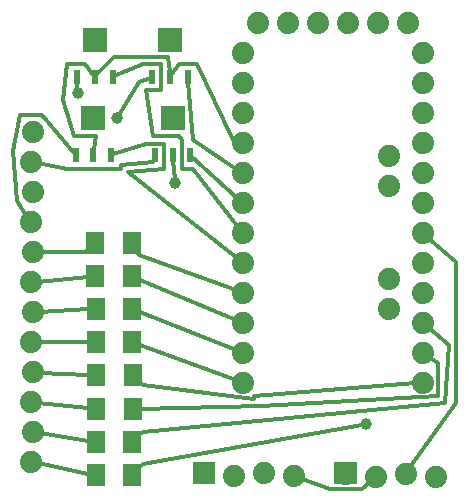
<source format=gbl>
G04 MADE WITH FRITZING*
G04 WWW.FRITZING.ORG*
G04 DOUBLE SIDED*
G04 HOLES PLATED*
G04 CONTOUR ON CENTER OF CONTOUR VECTOR*
%ASAXBY*%
%FSLAX23Y23*%
%MOIN*%
%OFA0B0*%
%SFA1.0B1.0*%
%ADD10C,0.039370*%
%ADD11C,0.074000*%
%ADD12R,0.022835X0.047244*%
%ADD13R,0.078740X0.078740*%
%ADD14R,0.062992X0.074803*%
%ADD15C,0.012000*%
%ADD16R,0.001000X0.001000*%
%LNCOPPER0*%
G90*
G70*
G54D10*
X402Y1322D03*
X270Y1406D03*
X1230Y302D03*
X594Y1106D03*
G54D11*
X1371Y1641D03*
X1271Y1641D03*
X1171Y1641D03*
X1071Y1641D03*
X971Y1641D03*
X871Y1641D03*
X1306Y1096D03*
X1306Y1196D03*
X1306Y686D03*
X1306Y786D03*
X1421Y1541D03*
X1421Y1441D03*
X1421Y1341D03*
X1421Y1241D03*
X1421Y1141D03*
X1421Y1041D03*
X1421Y941D03*
X1421Y841D03*
X1421Y741D03*
X1421Y641D03*
X1421Y541D03*
X1421Y441D03*
X821Y441D03*
X821Y541D03*
X821Y641D03*
X821Y741D03*
X821Y841D03*
X821Y941D03*
X821Y1041D03*
X821Y1141D03*
X821Y1241D03*
X821Y1341D03*
X821Y1441D03*
X821Y1541D03*
X121Y1276D03*
X113Y1176D03*
X121Y1076D03*
X113Y976D03*
X121Y876D03*
X113Y776D03*
X121Y676D03*
X113Y576D03*
X121Y476D03*
X113Y376D03*
X121Y276D03*
X113Y176D03*
X692Y139D03*
X792Y129D03*
X892Y139D03*
X992Y129D03*
X1164Y138D03*
X1264Y128D03*
X1364Y138D03*
X1464Y128D03*
G54D12*
X386Y1461D03*
X326Y1461D03*
X267Y1461D03*
G54D13*
X326Y1583D03*
G54D12*
X381Y1201D03*
X322Y1201D03*
X263Y1201D03*
G54D13*
X322Y1323D03*
G54D12*
X645Y1199D03*
X586Y1199D03*
X527Y1199D03*
G54D13*
X586Y1322D03*
G54D12*
X637Y1460D03*
X578Y1460D03*
X519Y1460D03*
G54D13*
X578Y1582D03*
G54D14*
X329Y908D03*
X451Y908D03*
X329Y796D03*
X451Y796D03*
X330Y132D03*
X452Y132D03*
X330Y243D03*
X452Y243D03*
X331Y354D03*
X453Y354D03*
X331Y466D03*
X453Y466D03*
X330Y576D03*
X452Y576D03*
X330Y687D03*
X452Y687D03*
G54D15*
X304Y686D02*
X144Y677D01*
D02*
X304Y576D02*
X136Y576D01*
D02*
X305Y467D02*
X144Y475D01*
D02*
X304Y138D02*
X136Y172D01*
D02*
X303Y794D02*
X136Y778D01*
D02*
X305Y357D02*
X136Y374D01*
D02*
X304Y248D02*
X144Y273D01*
D02*
X513Y1458D02*
X474Y1442D01*
D02*
X294Y878D02*
X144Y876D01*
D02*
X303Y886D02*
X294Y878D01*
D02*
X523Y1181D02*
X522Y1178D01*
D02*
X474Y1442D02*
X409Y1333D01*
D02*
X234Y1154D02*
X136Y1172D01*
D02*
X414Y1154D02*
X234Y1154D01*
D02*
X414Y1166D02*
X414Y1154D01*
D02*
X522Y1178D02*
X414Y1166D01*
D02*
X257Y1208D02*
X150Y1334D01*
D02*
X78Y1334D02*
X54Y1214D01*
D02*
X150Y1334D02*
X78Y1334D01*
D02*
X66Y1046D02*
X100Y995D01*
D02*
X54Y1214D02*
X66Y1046D01*
D02*
X651Y1194D02*
X802Y1058D01*
D02*
X478Y566D02*
X797Y449D01*
D02*
X269Y1419D02*
X268Y1443D01*
D02*
X858Y386D02*
X858Y398D01*
D02*
X486Y434D02*
X858Y386D01*
D02*
X479Y441D02*
X486Y434D01*
D02*
X858Y398D02*
X1395Y439D01*
D02*
X478Y677D02*
X797Y550D01*
D02*
X477Y785D02*
X797Y651D01*
D02*
X474Y866D02*
X796Y749D01*
D02*
X469Y876D02*
X474Y866D01*
D02*
X799Y1155D02*
X654Y1250D01*
X654Y1250D02*
X639Y1442D01*
D02*
X1470Y398D02*
X882Y362D01*
D02*
X1470Y506D02*
X1470Y398D01*
D02*
X1441Y526D02*
X1470Y506D01*
D02*
X882Y362D02*
X479Y355D01*
D02*
X558Y1154D02*
X438Y1142D01*
D02*
X558Y1238D02*
X558Y1154D01*
D02*
X498Y1238D02*
X558Y1238D01*
D02*
X387Y1203D02*
X498Y1238D01*
D02*
X438Y1142D02*
X800Y856D01*
D02*
X486Y278D02*
X1494Y374D01*
D02*
X478Y270D02*
X486Y278D01*
D02*
X1494Y374D02*
X1506Y566D01*
X1506Y566D02*
X1440Y624D01*
D02*
X1439Y923D02*
X1530Y842D01*
D02*
X1530Y374D02*
X1379Y159D01*
D02*
X1530Y842D02*
X1530Y374D01*
D02*
X805Y961D02*
X654Y1154D01*
D02*
X522Y1262D02*
X498Y1418D01*
D02*
X606Y1262D02*
X522Y1262D01*
D02*
X618Y1250D02*
X606Y1262D01*
D02*
X618Y1154D02*
X618Y1250D01*
D02*
X654Y1154D02*
X618Y1154D01*
D02*
X486Y1502D02*
X391Y1464D01*
D02*
X546Y1502D02*
X486Y1502D01*
D02*
X546Y1418D02*
X546Y1502D01*
D02*
X498Y1418D02*
X546Y1418D01*
D02*
X1217Y299D02*
X486Y170D01*
X486Y170D02*
X478Y161D01*
D02*
X588Y1181D02*
X593Y1119D01*
D02*
X606Y1502D02*
X666Y1502D01*
D02*
X584Y1469D02*
X606Y1502D01*
D02*
X786Y1250D02*
X796Y1247D01*
D02*
X666Y1502D02*
X786Y1250D01*
D02*
X332Y1467D02*
X342Y1478D01*
D02*
X570Y1526D02*
X576Y1478D01*
D02*
X390Y1526D02*
X570Y1526D01*
D02*
X342Y1478D02*
X390Y1526D01*
D02*
X222Y1382D02*
X234Y1502D01*
D02*
X258Y1262D02*
X222Y1382D01*
D02*
X330Y1262D02*
X258Y1262D01*
D02*
X324Y1219D02*
X330Y1262D01*
D02*
X294Y1502D02*
X321Y1468D01*
D02*
X234Y1502D02*
X294Y1502D01*
D02*
X1110Y86D02*
X1016Y120D01*
D02*
X1218Y86D02*
X1110Y86D01*
D02*
X1245Y110D02*
X1218Y86D01*
G54D16*
X655Y177D02*
X728Y177D01*
X655Y176D02*
X728Y176D01*
X1127Y176D02*
X1199Y176D01*
X655Y175D02*
X728Y175D01*
X1126Y175D02*
X1199Y175D01*
X655Y174D02*
X728Y174D01*
X1126Y174D02*
X1199Y174D01*
X655Y173D02*
X728Y173D01*
X1126Y173D02*
X1199Y173D01*
X655Y172D02*
X728Y172D01*
X1126Y172D02*
X1199Y172D01*
X655Y171D02*
X728Y171D01*
X1126Y171D02*
X1199Y171D01*
X655Y170D02*
X728Y170D01*
X1126Y170D02*
X1199Y170D01*
X655Y169D02*
X728Y169D01*
X1126Y169D02*
X1199Y169D01*
X655Y168D02*
X728Y168D01*
X1126Y168D02*
X1199Y168D01*
X655Y167D02*
X728Y167D01*
X1126Y167D02*
X1199Y167D01*
X655Y166D02*
X728Y166D01*
X1126Y166D02*
X1199Y166D01*
X655Y165D02*
X728Y165D01*
X1126Y165D02*
X1199Y165D01*
X655Y164D02*
X728Y164D01*
X1126Y164D02*
X1199Y164D01*
X655Y163D02*
X728Y163D01*
X1126Y163D02*
X1199Y163D01*
X655Y162D02*
X728Y162D01*
X1126Y162D02*
X1199Y162D01*
X655Y161D02*
X728Y161D01*
X1126Y161D02*
X1199Y161D01*
X655Y160D02*
X687Y160D01*
X695Y160D02*
X728Y160D01*
X1126Y160D02*
X1199Y160D01*
X655Y159D02*
X683Y159D01*
X699Y159D02*
X728Y159D01*
X1126Y159D02*
X1161Y159D01*
X1165Y159D02*
X1199Y159D01*
X655Y158D02*
X681Y158D01*
X701Y158D02*
X728Y158D01*
X1126Y158D02*
X1156Y158D01*
X1170Y158D02*
X1199Y158D01*
X655Y157D02*
X679Y157D01*
X703Y157D02*
X728Y157D01*
X1126Y157D02*
X1153Y157D01*
X1172Y157D02*
X1199Y157D01*
X655Y156D02*
X678Y156D01*
X704Y156D02*
X728Y156D01*
X1126Y156D02*
X1152Y156D01*
X1174Y156D02*
X1199Y156D01*
X655Y155D02*
X677Y155D01*
X705Y155D02*
X728Y155D01*
X1126Y155D02*
X1150Y155D01*
X1175Y155D02*
X1199Y155D01*
X655Y154D02*
X676Y154D01*
X706Y154D02*
X728Y154D01*
X1126Y154D02*
X1149Y154D01*
X1177Y154D02*
X1199Y154D01*
X655Y153D02*
X675Y153D01*
X707Y153D02*
X728Y153D01*
X1126Y153D02*
X1148Y153D01*
X1178Y153D02*
X1199Y153D01*
X655Y152D02*
X674Y152D01*
X708Y152D02*
X728Y152D01*
X1126Y152D02*
X1147Y152D01*
X1179Y152D02*
X1199Y152D01*
X655Y151D02*
X674Y151D01*
X708Y151D02*
X728Y151D01*
X1126Y151D02*
X1146Y151D01*
X1179Y151D02*
X1199Y151D01*
X655Y150D02*
X673Y150D01*
X709Y150D02*
X728Y150D01*
X1126Y150D02*
X1146Y150D01*
X1180Y150D02*
X1199Y150D01*
X655Y149D02*
X673Y149D01*
X710Y149D02*
X728Y149D01*
X1126Y149D02*
X1145Y149D01*
X1181Y149D02*
X1199Y149D01*
X655Y148D02*
X672Y148D01*
X710Y148D02*
X728Y148D01*
X1126Y148D02*
X1144Y148D01*
X1181Y148D02*
X1199Y148D01*
X655Y147D02*
X672Y147D01*
X710Y147D02*
X728Y147D01*
X1126Y147D02*
X1144Y147D01*
X1182Y147D02*
X1199Y147D01*
X655Y146D02*
X671Y146D01*
X711Y146D02*
X728Y146D01*
X1126Y146D02*
X1144Y146D01*
X1182Y146D02*
X1199Y146D01*
X655Y145D02*
X671Y145D01*
X711Y145D02*
X728Y145D01*
X1126Y145D02*
X1143Y145D01*
X1182Y145D02*
X1199Y145D01*
X655Y144D02*
X671Y144D01*
X711Y144D02*
X728Y144D01*
X1126Y144D02*
X1143Y144D01*
X1183Y144D02*
X1199Y144D01*
X655Y143D02*
X671Y143D01*
X711Y143D02*
X728Y143D01*
X1126Y143D02*
X1143Y143D01*
X1183Y143D02*
X1199Y143D01*
X655Y142D02*
X671Y142D01*
X711Y142D02*
X728Y142D01*
X1126Y142D02*
X1143Y142D01*
X1183Y142D02*
X1199Y142D01*
X655Y141D02*
X671Y141D01*
X712Y141D02*
X728Y141D01*
X1126Y141D02*
X1143Y141D01*
X1183Y141D02*
X1199Y141D01*
X655Y140D02*
X671Y140D01*
X712Y140D02*
X728Y140D01*
X1126Y140D02*
X1142Y140D01*
X1183Y140D02*
X1199Y140D01*
X655Y139D02*
X671Y139D01*
X711Y139D02*
X728Y139D01*
X1126Y139D02*
X1142Y139D01*
X1183Y139D02*
X1199Y139D01*
X655Y138D02*
X671Y138D01*
X711Y138D02*
X728Y138D01*
X1126Y138D02*
X1142Y138D01*
X1183Y138D02*
X1199Y138D01*
X655Y137D02*
X671Y137D01*
X711Y137D02*
X728Y137D01*
X1126Y137D02*
X1143Y137D01*
X1183Y137D02*
X1199Y137D01*
X655Y136D02*
X671Y136D01*
X711Y136D02*
X728Y136D01*
X1126Y136D02*
X1143Y136D01*
X1183Y136D02*
X1199Y136D01*
X655Y135D02*
X671Y135D01*
X711Y135D02*
X728Y135D01*
X1126Y135D02*
X1143Y135D01*
X1183Y135D02*
X1199Y135D01*
X655Y134D02*
X672Y134D01*
X710Y134D02*
X728Y134D01*
X1126Y134D02*
X1143Y134D01*
X1183Y134D02*
X1199Y134D01*
X655Y133D02*
X672Y133D01*
X710Y133D02*
X728Y133D01*
X1126Y133D02*
X1143Y133D01*
X1182Y133D02*
X1199Y133D01*
X655Y132D02*
X673Y132D01*
X710Y132D02*
X728Y132D01*
X1126Y132D02*
X1144Y132D01*
X1182Y132D02*
X1199Y132D01*
X655Y131D02*
X673Y131D01*
X709Y131D02*
X728Y131D01*
X1126Y131D02*
X1144Y131D01*
X1182Y131D02*
X1199Y131D01*
X655Y130D02*
X674Y130D01*
X709Y130D02*
X728Y130D01*
X1126Y130D02*
X1145Y130D01*
X1181Y130D02*
X1199Y130D01*
X655Y129D02*
X674Y129D01*
X708Y129D02*
X728Y129D01*
X1126Y129D02*
X1145Y129D01*
X1180Y129D02*
X1199Y129D01*
X655Y128D02*
X675Y128D01*
X707Y128D02*
X728Y128D01*
X1126Y128D02*
X1146Y128D01*
X1180Y128D02*
X1199Y128D01*
X655Y127D02*
X676Y127D01*
X706Y127D02*
X728Y127D01*
X1126Y127D02*
X1147Y127D01*
X1179Y127D02*
X1199Y127D01*
X655Y126D02*
X677Y126D01*
X705Y126D02*
X728Y126D01*
X1126Y126D02*
X1147Y126D01*
X1178Y126D02*
X1199Y126D01*
X655Y125D02*
X678Y125D01*
X704Y125D02*
X728Y125D01*
X1126Y125D02*
X1148Y125D01*
X1177Y125D02*
X1199Y125D01*
X655Y124D02*
X679Y124D01*
X703Y124D02*
X728Y124D01*
X1126Y124D02*
X1149Y124D01*
X1176Y124D02*
X1199Y124D01*
X655Y123D02*
X681Y123D01*
X701Y123D02*
X728Y123D01*
X1126Y123D02*
X1151Y123D01*
X1175Y123D02*
X1199Y123D01*
X655Y122D02*
X683Y122D01*
X699Y122D02*
X728Y122D01*
X1126Y122D02*
X1152Y122D01*
X1173Y122D02*
X1199Y122D01*
X655Y121D02*
X686Y121D01*
X696Y121D02*
X728Y121D01*
X1126Y121D02*
X1154Y121D01*
X1172Y121D02*
X1199Y121D01*
X655Y120D02*
X728Y120D01*
X1126Y120D02*
X1157Y120D01*
X1169Y120D02*
X1199Y120D01*
X655Y119D02*
X728Y119D01*
X1126Y119D02*
X1199Y119D01*
X655Y118D02*
X728Y118D01*
X1126Y118D02*
X1199Y118D01*
X655Y117D02*
X728Y117D01*
X1126Y117D02*
X1199Y117D01*
X655Y116D02*
X728Y116D01*
X1126Y116D02*
X1199Y116D01*
X655Y115D02*
X728Y115D01*
X1126Y115D02*
X1199Y115D01*
X655Y114D02*
X728Y114D01*
X1126Y114D02*
X1199Y114D01*
X655Y113D02*
X728Y113D01*
X1126Y113D02*
X1199Y113D01*
X655Y112D02*
X728Y112D01*
X1126Y112D02*
X1199Y112D01*
X655Y111D02*
X728Y111D01*
X1126Y111D02*
X1199Y111D01*
X655Y110D02*
X728Y110D01*
X1126Y110D02*
X1199Y110D01*
X655Y109D02*
X728Y109D01*
X1126Y109D02*
X1199Y109D01*
X655Y108D02*
X728Y108D01*
X1126Y108D02*
X1199Y108D01*
X655Y107D02*
X728Y107D01*
X1126Y107D02*
X1199Y107D01*
X655Y106D02*
X728Y106D01*
X1126Y106D02*
X1199Y106D01*
X655Y105D02*
X728Y105D01*
X1126Y105D02*
X1199Y105D01*
X655Y104D02*
X728Y104D01*
X1126Y104D02*
X1199Y104D01*
X1126Y103D02*
X1199Y103D01*
D02*
G04 End of Copper0*
M02*
</source>
